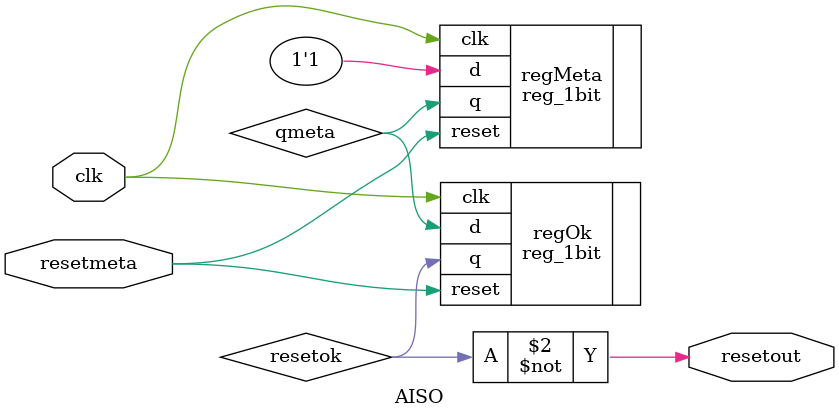
<source format=v>
`timescale 1ns / 1ps

module AISO(clk, resetmeta, resetout);

   input clk, resetmeta;
	output reg resetout;
	wire qmeta, resetok;
			
	reg_1bit regMeta(.clk(clk), .reset(resetmeta), .d(1'b1), .q(qmeta)),
	         regOk(.clk(clk), .reset(resetmeta), .d(qmeta), .q(resetok));		
	
   always @ (*)
	   resetout = ~resetok;

endmodule

</source>
